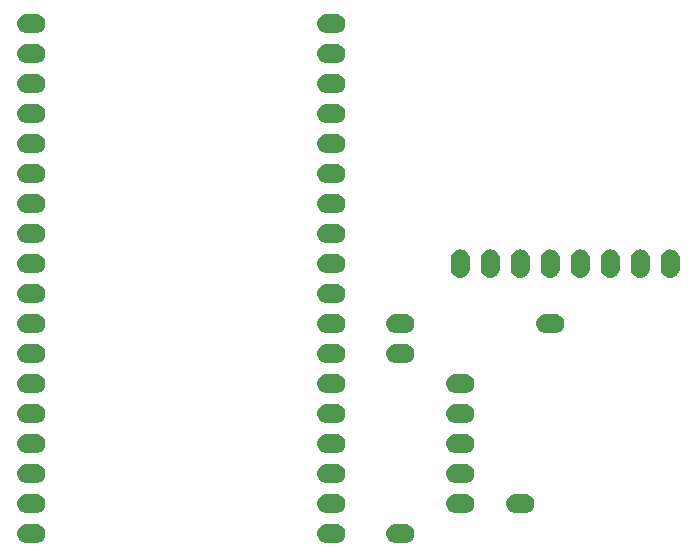
<source format=gbr>
G04 #@! TF.GenerationSoftware,KiCad,Pcbnew,(5.1.0)-1*
G04 #@! TF.CreationDate,2019-07-02T12:10:52+02:00*
G04 #@! TF.ProjectId,LCP,4c43502e-6b69-4636-9164-5f7063625858,rev?*
G04 #@! TF.SameCoordinates,PX60e4b00PY6350ce0*
G04 #@! TF.FileFunction,Soldermask,Top*
G04 #@! TF.FilePolarity,Negative*
%FSLAX46Y46*%
G04 Gerber Fmt 4.6, Leading zero omitted, Abs format (unit mm)*
G04 Created by KiCad (PCBNEW (5.1.0)-1) date 2019-07-02 12:10:52*
%MOMM*%
%LPD*%
G04 APERTURE LIST*
%ADD10C,0.100000*%
G04 APERTURE END LIST*
D10*
G36*
X4778747Y8429079D02*
G01*
X4858376Y8421236D01*
X5011627Y8374748D01*
X5011630Y8374747D01*
X5152863Y8299256D01*
X5276659Y8197659D01*
X5378256Y8073863D01*
X5453747Y7932630D01*
X5453748Y7932627D01*
X5500236Y7779376D01*
X5515933Y7620000D01*
X5500236Y7460624D01*
X5453748Y7307373D01*
X5453747Y7307370D01*
X5378256Y7166137D01*
X5276659Y7042341D01*
X5152863Y6940744D01*
X5011630Y6865253D01*
X5011627Y6865252D01*
X4858376Y6818764D01*
X4778747Y6810921D01*
X4738934Y6807000D01*
X3897066Y6807000D01*
X3857253Y6810921D01*
X3777624Y6818764D01*
X3624373Y6865252D01*
X3624370Y6865253D01*
X3483137Y6940744D01*
X3359341Y7042341D01*
X3257744Y7166137D01*
X3182253Y7307370D01*
X3182252Y7307373D01*
X3135764Y7460624D01*
X3120067Y7620000D01*
X3135764Y7779376D01*
X3182252Y7932627D01*
X3182253Y7932630D01*
X3257744Y8073863D01*
X3359341Y8197659D01*
X3483137Y8299256D01*
X3624370Y8374747D01*
X3624373Y8374748D01*
X3777624Y8421236D01*
X3857253Y8429079D01*
X3897066Y8433000D01*
X4738934Y8433000D01*
X4778747Y8429079D01*
X4778747Y8429079D01*
G37*
G36*
X30178747Y8429079D02*
G01*
X30258376Y8421236D01*
X30411627Y8374748D01*
X30411630Y8374747D01*
X30552863Y8299256D01*
X30676659Y8197659D01*
X30778256Y8073863D01*
X30853747Y7932630D01*
X30853748Y7932627D01*
X30900236Y7779376D01*
X30915933Y7620000D01*
X30900236Y7460624D01*
X30853748Y7307373D01*
X30853747Y7307370D01*
X30778256Y7166137D01*
X30676659Y7042341D01*
X30552863Y6940744D01*
X30411630Y6865253D01*
X30411627Y6865252D01*
X30258376Y6818764D01*
X30178747Y6810921D01*
X30138934Y6807000D01*
X29297066Y6807000D01*
X29257253Y6810921D01*
X29177624Y6818764D01*
X29024373Y6865252D01*
X29024370Y6865253D01*
X28883137Y6940744D01*
X28759341Y7042341D01*
X28657744Y7166137D01*
X28582253Y7307370D01*
X28582252Y7307373D01*
X28535764Y7460624D01*
X28520067Y7620000D01*
X28535764Y7779376D01*
X28582252Y7932627D01*
X28582253Y7932630D01*
X28657744Y8073863D01*
X28759341Y8197659D01*
X28883137Y8299256D01*
X29024370Y8374747D01*
X29024373Y8374748D01*
X29177624Y8421236D01*
X29257253Y8429079D01*
X29297066Y8433000D01*
X30138934Y8433000D01*
X30178747Y8429079D01*
X30178747Y8429079D01*
G37*
G36*
X36020747Y8429079D02*
G01*
X36100376Y8421236D01*
X36253627Y8374748D01*
X36253630Y8374747D01*
X36394863Y8299256D01*
X36518659Y8197659D01*
X36620256Y8073863D01*
X36695747Y7932630D01*
X36695748Y7932627D01*
X36742236Y7779376D01*
X36757933Y7620000D01*
X36742236Y7460624D01*
X36695748Y7307373D01*
X36695747Y7307370D01*
X36620256Y7166137D01*
X36518659Y7042341D01*
X36394863Y6940744D01*
X36253630Y6865253D01*
X36253627Y6865252D01*
X36100376Y6818764D01*
X36020747Y6810921D01*
X35980934Y6807000D01*
X35139066Y6807000D01*
X35099253Y6810921D01*
X35019624Y6818764D01*
X34866373Y6865252D01*
X34866370Y6865253D01*
X34725137Y6940744D01*
X34601341Y7042341D01*
X34499744Y7166137D01*
X34424253Y7307370D01*
X34424252Y7307373D01*
X34377764Y7460624D01*
X34362067Y7620000D01*
X34377764Y7779376D01*
X34424252Y7932627D01*
X34424253Y7932630D01*
X34499744Y8073863D01*
X34601341Y8197659D01*
X34725137Y8299256D01*
X34866370Y8374747D01*
X34866373Y8374748D01*
X35019624Y8421236D01*
X35099253Y8429079D01*
X35139066Y8433000D01*
X35980934Y8433000D01*
X36020747Y8429079D01*
X36020747Y8429079D01*
G37*
G36*
X41100747Y10969079D02*
G01*
X41180376Y10961236D01*
X41333627Y10914748D01*
X41333630Y10914747D01*
X41474863Y10839256D01*
X41598659Y10737659D01*
X41700256Y10613863D01*
X41775747Y10472630D01*
X41775748Y10472627D01*
X41822236Y10319376D01*
X41837933Y10160000D01*
X41822236Y10000624D01*
X41775748Y9847373D01*
X41775747Y9847370D01*
X41700256Y9706137D01*
X41598659Y9582341D01*
X41474863Y9480744D01*
X41333630Y9405253D01*
X41333627Y9405252D01*
X41180376Y9358764D01*
X41100747Y9350921D01*
X41060934Y9347000D01*
X40219066Y9347000D01*
X40179253Y9350921D01*
X40099624Y9358764D01*
X39946373Y9405252D01*
X39946370Y9405253D01*
X39805137Y9480744D01*
X39681341Y9582341D01*
X39579744Y9706137D01*
X39504253Y9847370D01*
X39504252Y9847373D01*
X39457764Y10000624D01*
X39442067Y10160000D01*
X39457764Y10319376D01*
X39504252Y10472627D01*
X39504253Y10472630D01*
X39579744Y10613863D01*
X39681341Y10737659D01*
X39805137Y10839256D01*
X39946370Y10914747D01*
X39946373Y10914748D01*
X40099624Y10961236D01*
X40179253Y10969079D01*
X40219066Y10973000D01*
X41060934Y10973000D01*
X41100747Y10969079D01*
X41100747Y10969079D01*
G37*
G36*
X4778747Y10969079D02*
G01*
X4858376Y10961236D01*
X5011627Y10914748D01*
X5011630Y10914747D01*
X5152863Y10839256D01*
X5276659Y10737659D01*
X5378256Y10613863D01*
X5453747Y10472630D01*
X5453748Y10472627D01*
X5500236Y10319376D01*
X5515933Y10160000D01*
X5500236Y10000624D01*
X5453748Y9847373D01*
X5453747Y9847370D01*
X5378256Y9706137D01*
X5276659Y9582341D01*
X5152863Y9480744D01*
X5011630Y9405253D01*
X5011627Y9405252D01*
X4858376Y9358764D01*
X4778747Y9350921D01*
X4738934Y9347000D01*
X3897066Y9347000D01*
X3857253Y9350921D01*
X3777624Y9358764D01*
X3624373Y9405252D01*
X3624370Y9405253D01*
X3483137Y9480744D01*
X3359341Y9582341D01*
X3257744Y9706137D01*
X3182253Y9847370D01*
X3182252Y9847373D01*
X3135764Y10000624D01*
X3120067Y10160000D01*
X3135764Y10319376D01*
X3182252Y10472627D01*
X3182253Y10472630D01*
X3257744Y10613863D01*
X3359341Y10737659D01*
X3483137Y10839256D01*
X3624370Y10914747D01*
X3624373Y10914748D01*
X3777624Y10961236D01*
X3857253Y10969079D01*
X3897066Y10973000D01*
X4738934Y10973000D01*
X4778747Y10969079D01*
X4778747Y10969079D01*
G37*
G36*
X30178747Y10969079D02*
G01*
X30258376Y10961236D01*
X30411627Y10914748D01*
X30411630Y10914747D01*
X30552863Y10839256D01*
X30676659Y10737659D01*
X30778256Y10613863D01*
X30853747Y10472630D01*
X30853748Y10472627D01*
X30900236Y10319376D01*
X30915933Y10160000D01*
X30900236Y10000624D01*
X30853748Y9847373D01*
X30853747Y9847370D01*
X30778256Y9706137D01*
X30676659Y9582341D01*
X30552863Y9480744D01*
X30411630Y9405253D01*
X30411627Y9405252D01*
X30258376Y9358764D01*
X30178747Y9350921D01*
X30138934Y9347000D01*
X29297066Y9347000D01*
X29257253Y9350921D01*
X29177624Y9358764D01*
X29024373Y9405252D01*
X29024370Y9405253D01*
X28883137Y9480744D01*
X28759341Y9582341D01*
X28657744Y9706137D01*
X28582253Y9847370D01*
X28582252Y9847373D01*
X28535764Y10000624D01*
X28520067Y10160000D01*
X28535764Y10319376D01*
X28582252Y10472627D01*
X28582253Y10472630D01*
X28657744Y10613863D01*
X28759341Y10737659D01*
X28883137Y10839256D01*
X29024370Y10914747D01*
X29024373Y10914748D01*
X29177624Y10961236D01*
X29257253Y10969079D01*
X29297066Y10973000D01*
X30138934Y10973000D01*
X30178747Y10969079D01*
X30178747Y10969079D01*
G37*
G36*
X46180747Y10969079D02*
G01*
X46260376Y10961236D01*
X46413627Y10914748D01*
X46413630Y10914747D01*
X46554863Y10839256D01*
X46678659Y10737659D01*
X46780256Y10613863D01*
X46855747Y10472630D01*
X46855748Y10472627D01*
X46902236Y10319376D01*
X46917933Y10160000D01*
X46902236Y10000624D01*
X46855748Y9847373D01*
X46855747Y9847370D01*
X46780256Y9706137D01*
X46678659Y9582341D01*
X46554863Y9480744D01*
X46413630Y9405253D01*
X46413627Y9405252D01*
X46260376Y9358764D01*
X46180747Y9350921D01*
X46140934Y9347000D01*
X45299066Y9347000D01*
X45259253Y9350921D01*
X45179624Y9358764D01*
X45026373Y9405252D01*
X45026370Y9405253D01*
X44885137Y9480744D01*
X44761341Y9582341D01*
X44659744Y9706137D01*
X44584253Y9847370D01*
X44584252Y9847373D01*
X44537764Y10000624D01*
X44522067Y10160000D01*
X44537764Y10319376D01*
X44584252Y10472627D01*
X44584253Y10472630D01*
X44659744Y10613863D01*
X44761341Y10737659D01*
X44885137Y10839256D01*
X45026370Y10914747D01*
X45026373Y10914748D01*
X45179624Y10961236D01*
X45259253Y10969079D01*
X45299066Y10973000D01*
X46140934Y10973000D01*
X46180747Y10969079D01*
X46180747Y10969079D01*
G37*
G36*
X41100747Y13509079D02*
G01*
X41180376Y13501236D01*
X41333627Y13454748D01*
X41333630Y13454747D01*
X41474863Y13379256D01*
X41598659Y13277659D01*
X41700256Y13153863D01*
X41775747Y13012630D01*
X41775748Y13012627D01*
X41822236Y12859376D01*
X41837933Y12700000D01*
X41822236Y12540624D01*
X41775748Y12387373D01*
X41775747Y12387370D01*
X41700256Y12246137D01*
X41598659Y12122341D01*
X41474863Y12020744D01*
X41333630Y11945253D01*
X41333627Y11945252D01*
X41180376Y11898764D01*
X41100747Y11890921D01*
X41060934Y11887000D01*
X40219066Y11887000D01*
X40179253Y11890921D01*
X40099624Y11898764D01*
X39946373Y11945252D01*
X39946370Y11945253D01*
X39805137Y12020744D01*
X39681341Y12122341D01*
X39579744Y12246137D01*
X39504253Y12387370D01*
X39504252Y12387373D01*
X39457764Y12540624D01*
X39442067Y12700000D01*
X39457764Y12859376D01*
X39504252Y13012627D01*
X39504253Y13012630D01*
X39579744Y13153863D01*
X39681341Y13277659D01*
X39805137Y13379256D01*
X39946370Y13454747D01*
X39946373Y13454748D01*
X40099624Y13501236D01*
X40179253Y13509079D01*
X40219066Y13513000D01*
X41060934Y13513000D01*
X41100747Y13509079D01*
X41100747Y13509079D01*
G37*
G36*
X30178747Y13509079D02*
G01*
X30258376Y13501236D01*
X30411627Y13454748D01*
X30411630Y13454747D01*
X30552863Y13379256D01*
X30676659Y13277659D01*
X30778256Y13153863D01*
X30853747Y13012630D01*
X30853748Y13012627D01*
X30900236Y12859376D01*
X30915933Y12700000D01*
X30900236Y12540624D01*
X30853748Y12387373D01*
X30853747Y12387370D01*
X30778256Y12246137D01*
X30676659Y12122341D01*
X30552863Y12020744D01*
X30411630Y11945253D01*
X30411627Y11945252D01*
X30258376Y11898764D01*
X30178747Y11890921D01*
X30138934Y11887000D01*
X29297066Y11887000D01*
X29257253Y11890921D01*
X29177624Y11898764D01*
X29024373Y11945252D01*
X29024370Y11945253D01*
X28883137Y12020744D01*
X28759341Y12122341D01*
X28657744Y12246137D01*
X28582253Y12387370D01*
X28582252Y12387373D01*
X28535764Y12540624D01*
X28520067Y12700000D01*
X28535764Y12859376D01*
X28582252Y13012627D01*
X28582253Y13012630D01*
X28657744Y13153863D01*
X28759341Y13277659D01*
X28883137Y13379256D01*
X29024370Y13454747D01*
X29024373Y13454748D01*
X29177624Y13501236D01*
X29257253Y13509079D01*
X29297066Y13513000D01*
X30138934Y13513000D01*
X30178747Y13509079D01*
X30178747Y13509079D01*
G37*
G36*
X4778747Y13509079D02*
G01*
X4858376Y13501236D01*
X5011627Y13454748D01*
X5011630Y13454747D01*
X5152863Y13379256D01*
X5276659Y13277659D01*
X5378256Y13153863D01*
X5453747Y13012630D01*
X5453748Y13012627D01*
X5500236Y12859376D01*
X5515933Y12700000D01*
X5500236Y12540624D01*
X5453748Y12387373D01*
X5453747Y12387370D01*
X5378256Y12246137D01*
X5276659Y12122341D01*
X5152863Y12020744D01*
X5011630Y11945253D01*
X5011627Y11945252D01*
X4858376Y11898764D01*
X4778747Y11890921D01*
X4738934Y11887000D01*
X3897066Y11887000D01*
X3857253Y11890921D01*
X3777624Y11898764D01*
X3624373Y11945252D01*
X3624370Y11945253D01*
X3483137Y12020744D01*
X3359341Y12122341D01*
X3257744Y12246137D01*
X3182253Y12387370D01*
X3182252Y12387373D01*
X3135764Y12540624D01*
X3120067Y12700000D01*
X3135764Y12859376D01*
X3182252Y13012627D01*
X3182253Y13012630D01*
X3257744Y13153863D01*
X3359341Y13277659D01*
X3483137Y13379256D01*
X3624370Y13454747D01*
X3624373Y13454748D01*
X3777624Y13501236D01*
X3857253Y13509079D01*
X3897066Y13513000D01*
X4738934Y13513000D01*
X4778747Y13509079D01*
X4778747Y13509079D01*
G37*
G36*
X41100747Y16049079D02*
G01*
X41180376Y16041236D01*
X41333627Y15994748D01*
X41333630Y15994747D01*
X41474863Y15919256D01*
X41598659Y15817659D01*
X41700256Y15693863D01*
X41775747Y15552630D01*
X41775748Y15552627D01*
X41822236Y15399376D01*
X41837933Y15240000D01*
X41822236Y15080624D01*
X41775748Y14927373D01*
X41775747Y14927370D01*
X41700256Y14786137D01*
X41598659Y14662341D01*
X41474863Y14560744D01*
X41333630Y14485253D01*
X41333627Y14485252D01*
X41180376Y14438764D01*
X41100747Y14430921D01*
X41060934Y14427000D01*
X40219066Y14427000D01*
X40179253Y14430921D01*
X40099624Y14438764D01*
X39946373Y14485252D01*
X39946370Y14485253D01*
X39805137Y14560744D01*
X39681341Y14662341D01*
X39579744Y14786137D01*
X39504253Y14927370D01*
X39504252Y14927373D01*
X39457764Y15080624D01*
X39442067Y15240000D01*
X39457764Y15399376D01*
X39504252Y15552627D01*
X39504253Y15552630D01*
X39579744Y15693863D01*
X39681341Y15817659D01*
X39805137Y15919256D01*
X39946370Y15994747D01*
X39946373Y15994748D01*
X40099624Y16041236D01*
X40179253Y16049079D01*
X40219066Y16053000D01*
X41060934Y16053000D01*
X41100747Y16049079D01*
X41100747Y16049079D01*
G37*
G36*
X30178747Y16049079D02*
G01*
X30258376Y16041236D01*
X30411627Y15994748D01*
X30411630Y15994747D01*
X30552863Y15919256D01*
X30676659Y15817659D01*
X30778256Y15693863D01*
X30853747Y15552630D01*
X30853748Y15552627D01*
X30900236Y15399376D01*
X30915933Y15240000D01*
X30900236Y15080624D01*
X30853748Y14927373D01*
X30853747Y14927370D01*
X30778256Y14786137D01*
X30676659Y14662341D01*
X30552863Y14560744D01*
X30411630Y14485253D01*
X30411627Y14485252D01*
X30258376Y14438764D01*
X30178747Y14430921D01*
X30138934Y14427000D01*
X29297066Y14427000D01*
X29257253Y14430921D01*
X29177624Y14438764D01*
X29024373Y14485252D01*
X29024370Y14485253D01*
X28883137Y14560744D01*
X28759341Y14662341D01*
X28657744Y14786137D01*
X28582253Y14927370D01*
X28582252Y14927373D01*
X28535764Y15080624D01*
X28520067Y15240000D01*
X28535764Y15399376D01*
X28582252Y15552627D01*
X28582253Y15552630D01*
X28657744Y15693863D01*
X28759341Y15817659D01*
X28883137Y15919256D01*
X29024370Y15994747D01*
X29024373Y15994748D01*
X29177624Y16041236D01*
X29257253Y16049079D01*
X29297066Y16053000D01*
X30138934Y16053000D01*
X30178747Y16049079D01*
X30178747Y16049079D01*
G37*
G36*
X4778747Y16049079D02*
G01*
X4858376Y16041236D01*
X5011627Y15994748D01*
X5011630Y15994747D01*
X5152863Y15919256D01*
X5276659Y15817659D01*
X5378256Y15693863D01*
X5453747Y15552630D01*
X5453748Y15552627D01*
X5500236Y15399376D01*
X5515933Y15240000D01*
X5500236Y15080624D01*
X5453748Y14927373D01*
X5453747Y14927370D01*
X5378256Y14786137D01*
X5276659Y14662341D01*
X5152863Y14560744D01*
X5011630Y14485253D01*
X5011627Y14485252D01*
X4858376Y14438764D01*
X4778747Y14430921D01*
X4738934Y14427000D01*
X3897066Y14427000D01*
X3857253Y14430921D01*
X3777624Y14438764D01*
X3624373Y14485252D01*
X3624370Y14485253D01*
X3483137Y14560744D01*
X3359341Y14662341D01*
X3257744Y14786137D01*
X3182253Y14927370D01*
X3182252Y14927373D01*
X3135764Y15080624D01*
X3120067Y15240000D01*
X3135764Y15399376D01*
X3182252Y15552627D01*
X3182253Y15552630D01*
X3257744Y15693863D01*
X3359341Y15817659D01*
X3483137Y15919256D01*
X3624370Y15994747D01*
X3624373Y15994748D01*
X3777624Y16041236D01*
X3857253Y16049079D01*
X3897066Y16053000D01*
X4738934Y16053000D01*
X4778747Y16049079D01*
X4778747Y16049079D01*
G37*
G36*
X4778747Y18589079D02*
G01*
X4858376Y18581236D01*
X5011627Y18534748D01*
X5011630Y18534747D01*
X5152863Y18459256D01*
X5276659Y18357659D01*
X5378256Y18233863D01*
X5453747Y18092630D01*
X5453748Y18092627D01*
X5500236Y17939376D01*
X5515933Y17780000D01*
X5500236Y17620624D01*
X5453748Y17467373D01*
X5453747Y17467370D01*
X5378256Y17326137D01*
X5276659Y17202341D01*
X5152863Y17100744D01*
X5011630Y17025253D01*
X5011627Y17025252D01*
X4858376Y16978764D01*
X4778747Y16970921D01*
X4738934Y16967000D01*
X3897066Y16967000D01*
X3857253Y16970921D01*
X3777624Y16978764D01*
X3624373Y17025252D01*
X3624370Y17025253D01*
X3483137Y17100744D01*
X3359341Y17202341D01*
X3257744Y17326137D01*
X3182253Y17467370D01*
X3182252Y17467373D01*
X3135764Y17620624D01*
X3120067Y17780000D01*
X3135764Y17939376D01*
X3182252Y18092627D01*
X3182253Y18092630D01*
X3257744Y18233863D01*
X3359341Y18357659D01*
X3483137Y18459256D01*
X3624370Y18534747D01*
X3624373Y18534748D01*
X3777624Y18581236D01*
X3857253Y18589079D01*
X3897066Y18593000D01*
X4738934Y18593000D01*
X4778747Y18589079D01*
X4778747Y18589079D01*
G37*
G36*
X41100747Y18589079D02*
G01*
X41180376Y18581236D01*
X41333627Y18534748D01*
X41333630Y18534747D01*
X41474863Y18459256D01*
X41598659Y18357659D01*
X41700256Y18233863D01*
X41775747Y18092630D01*
X41775748Y18092627D01*
X41822236Y17939376D01*
X41837933Y17780000D01*
X41822236Y17620624D01*
X41775748Y17467373D01*
X41775747Y17467370D01*
X41700256Y17326137D01*
X41598659Y17202341D01*
X41474863Y17100744D01*
X41333630Y17025253D01*
X41333627Y17025252D01*
X41180376Y16978764D01*
X41100747Y16970921D01*
X41060934Y16967000D01*
X40219066Y16967000D01*
X40179253Y16970921D01*
X40099624Y16978764D01*
X39946373Y17025252D01*
X39946370Y17025253D01*
X39805137Y17100744D01*
X39681341Y17202341D01*
X39579744Y17326137D01*
X39504253Y17467370D01*
X39504252Y17467373D01*
X39457764Y17620624D01*
X39442067Y17780000D01*
X39457764Y17939376D01*
X39504252Y18092627D01*
X39504253Y18092630D01*
X39579744Y18233863D01*
X39681341Y18357659D01*
X39805137Y18459256D01*
X39946370Y18534747D01*
X39946373Y18534748D01*
X40099624Y18581236D01*
X40179253Y18589079D01*
X40219066Y18593000D01*
X41060934Y18593000D01*
X41100747Y18589079D01*
X41100747Y18589079D01*
G37*
G36*
X30178747Y18589079D02*
G01*
X30258376Y18581236D01*
X30411627Y18534748D01*
X30411630Y18534747D01*
X30552863Y18459256D01*
X30676659Y18357659D01*
X30778256Y18233863D01*
X30853747Y18092630D01*
X30853748Y18092627D01*
X30900236Y17939376D01*
X30915933Y17780000D01*
X30900236Y17620624D01*
X30853748Y17467373D01*
X30853747Y17467370D01*
X30778256Y17326137D01*
X30676659Y17202341D01*
X30552863Y17100744D01*
X30411630Y17025253D01*
X30411627Y17025252D01*
X30258376Y16978764D01*
X30178747Y16970921D01*
X30138934Y16967000D01*
X29297066Y16967000D01*
X29257253Y16970921D01*
X29177624Y16978764D01*
X29024373Y17025252D01*
X29024370Y17025253D01*
X28883137Y17100744D01*
X28759341Y17202341D01*
X28657744Y17326137D01*
X28582253Y17467370D01*
X28582252Y17467373D01*
X28535764Y17620624D01*
X28520067Y17780000D01*
X28535764Y17939376D01*
X28582252Y18092627D01*
X28582253Y18092630D01*
X28657744Y18233863D01*
X28759341Y18357659D01*
X28883137Y18459256D01*
X29024370Y18534747D01*
X29024373Y18534748D01*
X29177624Y18581236D01*
X29257253Y18589079D01*
X29297066Y18593000D01*
X30138934Y18593000D01*
X30178747Y18589079D01*
X30178747Y18589079D01*
G37*
G36*
X41100747Y21129079D02*
G01*
X41180376Y21121236D01*
X41333627Y21074748D01*
X41333630Y21074747D01*
X41474863Y20999256D01*
X41598659Y20897659D01*
X41700256Y20773863D01*
X41775747Y20632630D01*
X41775748Y20632627D01*
X41822236Y20479376D01*
X41837933Y20320000D01*
X41822236Y20160624D01*
X41775748Y20007373D01*
X41775747Y20007370D01*
X41700256Y19866137D01*
X41598659Y19742341D01*
X41474863Y19640744D01*
X41333630Y19565253D01*
X41333627Y19565252D01*
X41180376Y19518764D01*
X41100747Y19510921D01*
X41060934Y19507000D01*
X40219066Y19507000D01*
X40179253Y19510921D01*
X40099624Y19518764D01*
X39946373Y19565252D01*
X39946370Y19565253D01*
X39805137Y19640744D01*
X39681341Y19742341D01*
X39579744Y19866137D01*
X39504253Y20007370D01*
X39504252Y20007373D01*
X39457764Y20160624D01*
X39442067Y20320000D01*
X39457764Y20479376D01*
X39504252Y20632627D01*
X39504253Y20632630D01*
X39579744Y20773863D01*
X39681341Y20897659D01*
X39805137Y20999256D01*
X39946370Y21074747D01*
X39946373Y21074748D01*
X40099624Y21121236D01*
X40179253Y21129079D01*
X40219066Y21133000D01*
X41060934Y21133000D01*
X41100747Y21129079D01*
X41100747Y21129079D01*
G37*
G36*
X4778747Y21129079D02*
G01*
X4858376Y21121236D01*
X5011627Y21074748D01*
X5011630Y21074747D01*
X5152863Y20999256D01*
X5276659Y20897659D01*
X5378256Y20773863D01*
X5453747Y20632630D01*
X5453748Y20632627D01*
X5500236Y20479376D01*
X5515933Y20320000D01*
X5500236Y20160624D01*
X5453748Y20007373D01*
X5453747Y20007370D01*
X5378256Y19866137D01*
X5276659Y19742341D01*
X5152863Y19640744D01*
X5011630Y19565253D01*
X5011627Y19565252D01*
X4858376Y19518764D01*
X4778747Y19510921D01*
X4738934Y19507000D01*
X3897066Y19507000D01*
X3857253Y19510921D01*
X3777624Y19518764D01*
X3624373Y19565252D01*
X3624370Y19565253D01*
X3483137Y19640744D01*
X3359341Y19742341D01*
X3257744Y19866137D01*
X3182253Y20007370D01*
X3182252Y20007373D01*
X3135764Y20160624D01*
X3120067Y20320000D01*
X3135764Y20479376D01*
X3182252Y20632627D01*
X3182253Y20632630D01*
X3257744Y20773863D01*
X3359341Y20897659D01*
X3483137Y20999256D01*
X3624370Y21074747D01*
X3624373Y21074748D01*
X3777624Y21121236D01*
X3857253Y21129079D01*
X3897066Y21133000D01*
X4738934Y21133000D01*
X4778747Y21129079D01*
X4778747Y21129079D01*
G37*
G36*
X30178747Y21129079D02*
G01*
X30258376Y21121236D01*
X30411627Y21074748D01*
X30411630Y21074747D01*
X30552863Y20999256D01*
X30676659Y20897659D01*
X30778256Y20773863D01*
X30853747Y20632630D01*
X30853748Y20632627D01*
X30900236Y20479376D01*
X30915933Y20320000D01*
X30900236Y20160624D01*
X30853748Y20007373D01*
X30853747Y20007370D01*
X30778256Y19866137D01*
X30676659Y19742341D01*
X30552863Y19640744D01*
X30411630Y19565253D01*
X30411627Y19565252D01*
X30258376Y19518764D01*
X30178747Y19510921D01*
X30138934Y19507000D01*
X29297066Y19507000D01*
X29257253Y19510921D01*
X29177624Y19518764D01*
X29024373Y19565252D01*
X29024370Y19565253D01*
X28883137Y19640744D01*
X28759341Y19742341D01*
X28657744Y19866137D01*
X28582253Y20007370D01*
X28582252Y20007373D01*
X28535764Y20160624D01*
X28520067Y20320000D01*
X28535764Y20479376D01*
X28582252Y20632627D01*
X28582253Y20632630D01*
X28657744Y20773863D01*
X28759341Y20897659D01*
X28883137Y20999256D01*
X29024370Y21074747D01*
X29024373Y21074748D01*
X29177624Y21121236D01*
X29257253Y21129079D01*
X29297066Y21133000D01*
X30138934Y21133000D01*
X30178747Y21129079D01*
X30178747Y21129079D01*
G37*
G36*
X36020747Y23669079D02*
G01*
X36100376Y23661236D01*
X36253627Y23614748D01*
X36253630Y23614747D01*
X36394863Y23539256D01*
X36518659Y23437659D01*
X36620256Y23313863D01*
X36695747Y23172630D01*
X36695748Y23172627D01*
X36742236Y23019376D01*
X36757933Y22860000D01*
X36742236Y22700624D01*
X36695748Y22547373D01*
X36695747Y22547370D01*
X36620256Y22406137D01*
X36518659Y22282341D01*
X36394863Y22180744D01*
X36253630Y22105253D01*
X36253627Y22105252D01*
X36100376Y22058764D01*
X36020747Y22050921D01*
X35980934Y22047000D01*
X35139066Y22047000D01*
X35099253Y22050921D01*
X35019624Y22058764D01*
X34866373Y22105252D01*
X34866370Y22105253D01*
X34725137Y22180744D01*
X34601341Y22282341D01*
X34499744Y22406137D01*
X34424253Y22547370D01*
X34424252Y22547373D01*
X34377764Y22700624D01*
X34362067Y22860000D01*
X34377764Y23019376D01*
X34424252Y23172627D01*
X34424253Y23172630D01*
X34499744Y23313863D01*
X34601341Y23437659D01*
X34725137Y23539256D01*
X34866370Y23614747D01*
X34866373Y23614748D01*
X35019624Y23661236D01*
X35099253Y23669079D01*
X35139066Y23673000D01*
X35980934Y23673000D01*
X36020747Y23669079D01*
X36020747Y23669079D01*
G37*
G36*
X4778747Y23669079D02*
G01*
X4858376Y23661236D01*
X5011627Y23614748D01*
X5011630Y23614747D01*
X5152863Y23539256D01*
X5276659Y23437659D01*
X5378256Y23313863D01*
X5453747Y23172630D01*
X5453748Y23172627D01*
X5500236Y23019376D01*
X5515933Y22860000D01*
X5500236Y22700624D01*
X5453748Y22547373D01*
X5453747Y22547370D01*
X5378256Y22406137D01*
X5276659Y22282341D01*
X5152863Y22180744D01*
X5011630Y22105253D01*
X5011627Y22105252D01*
X4858376Y22058764D01*
X4778747Y22050921D01*
X4738934Y22047000D01*
X3897066Y22047000D01*
X3857253Y22050921D01*
X3777624Y22058764D01*
X3624373Y22105252D01*
X3624370Y22105253D01*
X3483137Y22180744D01*
X3359341Y22282341D01*
X3257744Y22406137D01*
X3182253Y22547370D01*
X3182252Y22547373D01*
X3135764Y22700624D01*
X3120067Y22860000D01*
X3135764Y23019376D01*
X3182252Y23172627D01*
X3182253Y23172630D01*
X3257744Y23313863D01*
X3359341Y23437659D01*
X3483137Y23539256D01*
X3624370Y23614747D01*
X3624373Y23614748D01*
X3777624Y23661236D01*
X3857253Y23669079D01*
X3897066Y23673000D01*
X4738934Y23673000D01*
X4778747Y23669079D01*
X4778747Y23669079D01*
G37*
G36*
X30178747Y23669079D02*
G01*
X30258376Y23661236D01*
X30411627Y23614748D01*
X30411630Y23614747D01*
X30552863Y23539256D01*
X30676659Y23437659D01*
X30778256Y23313863D01*
X30853747Y23172630D01*
X30853748Y23172627D01*
X30900236Y23019376D01*
X30915933Y22860000D01*
X30900236Y22700624D01*
X30853748Y22547373D01*
X30853747Y22547370D01*
X30778256Y22406137D01*
X30676659Y22282341D01*
X30552863Y22180744D01*
X30411630Y22105253D01*
X30411627Y22105252D01*
X30258376Y22058764D01*
X30178747Y22050921D01*
X30138934Y22047000D01*
X29297066Y22047000D01*
X29257253Y22050921D01*
X29177624Y22058764D01*
X29024373Y22105252D01*
X29024370Y22105253D01*
X28883137Y22180744D01*
X28759341Y22282341D01*
X28657744Y22406137D01*
X28582253Y22547370D01*
X28582252Y22547373D01*
X28535764Y22700624D01*
X28520067Y22860000D01*
X28535764Y23019376D01*
X28582252Y23172627D01*
X28582253Y23172630D01*
X28657744Y23313863D01*
X28759341Y23437659D01*
X28883137Y23539256D01*
X29024370Y23614747D01*
X29024373Y23614748D01*
X29177624Y23661236D01*
X29257253Y23669079D01*
X29297066Y23673000D01*
X30138934Y23673000D01*
X30178747Y23669079D01*
X30178747Y23669079D01*
G37*
G36*
X48720747Y26209079D02*
G01*
X48800376Y26201236D01*
X48953627Y26154748D01*
X48953630Y26154747D01*
X49094863Y26079256D01*
X49218659Y25977659D01*
X49320256Y25853863D01*
X49395747Y25712630D01*
X49395748Y25712627D01*
X49442236Y25559376D01*
X49457933Y25400000D01*
X49442236Y25240624D01*
X49395748Y25087373D01*
X49395747Y25087370D01*
X49320256Y24946137D01*
X49218659Y24822341D01*
X49094863Y24720744D01*
X48953630Y24645253D01*
X48953627Y24645252D01*
X48800376Y24598764D01*
X48720747Y24590921D01*
X48680934Y24587000D01*
X47839066Y24587000D01*
X47799253Y24590921D01*
X47719624Y24598764D01*
X47566373Y24645252D01*
X47566370Y24645253D01*
X47425137Y24720744D01*
X47301341Y24822341D01*
X47199744Y24946137D01*
X47124253Y25087370D01*
X47124252Y25087373D01*
X47077764Y25240624D01*
X47062067Y25400000D01*
X47077764Y25559376D01*
X47124252Y25712627D01*
X47124253Y25712630D01*
X47199744Y25853863D01*
X47301341Y25977659D01*
X47425137Y26079256D01*
X47566370Y26154747D01*
X47566373Y26154748D01*
X47719624Y26201236D01*
X47799253Y26209079D01*
X47839066Y26213000D01*
X48680934Y26213000D01*
X48720747Y26209079D01*
X48720747Y26209079D01*
G37*
G36*
X30178747Y26209079D02*
G01*
X30258376Y26201236D01*
X30411627Y26154748D01*
X30411630Y26154747D01*
X30552863Y26079256D01*
X30676659Y25977659D01*
X30778256Y25853863D01*
X30853747Y25712630D01*
X30853748Y25712627D01*
X30900236Y25559376D01*
X30915933Y25400000D01*
X30900236Y25240624D01*
X30853748Y25087373D01*
X30853747Y25087370D01*
X30778256Y24946137D01*
X30676659Y24822341D01*
X30552863Y24720744D01*
X30411630Y24645253D01*
X30411627Y24645252D01*
X30258376Y24598764D01*
X30178747Y24590921D01*
X30138934Y24587000D01*
X29297066Y24587000D01*
X29257253Y24590921D01*
X29177624Y24598764D01*
X29024373Y24645252D01*
X29024370Y24645253D01*
X28883137Y24720744D01*
X28759341Y24822341D01*
X28657744Y24946137D01*
X28582253Y25087370D01*
X28582252Y25087373D01*
X28535764Y25240624D01*
X28520067Y25400000D01*
X28535764Y25559376D01*
X28582252Y25712627D01*
X28582253Y25712630D01*
X28657744Y25853863D01*
X28759341Y25977659D01*
X28883137Y26079256D01*
X29024370Y26154747D01*
X29024373Y26154748D01*
X29177624Y26201236D01*
X29257253Y26209079D01*
X29297066Y26213000D01*
X30138934Y26213000D01*
X30178747Y26209079D01*
X30178747Y26209079D01*
G37*
G36*
X36020747Y26209079D02*
G01*
X36100376Y26201236D01*
X36253627Y26154748D01*
X36253630Y26154747D01*
X36394863Y26079256D01*
X36518659Y25977659D01*
X36620256Y25853863D01*
X36695747Y25712630D01*
X36695748Y25712627D01*
X36742236Y25559376D01*
X36757933Y25400000D01*
X36742236Y25240624D01*
X36695748Y25087373D01*
X36695747Y25087370D01*
X36620256Y24946137D01*
X36518659Y24822341D01*
X36394863Y24720744D01*
X36253630Y24645253D01*
X36253627Y24645252D01*
X36100376Y24598764D01*
X36020747Y24590921D01*
X35980934Y24587000D01*
X35139066Y24587000D01*
X35099253Y24590921D01*
X35019624Y24598764D01*
X34866373Y24645252D01*
X34866370Y24645253D01*
X34725137Y24720744D01*
X34601341Y24822341D01*
X34499744Y24946137D01*
X34424253Y25087370D01*
X34424252Y25087373D01*
X34377764Y25240624D01*
X34362067Y25400000D01*
X34377764Y25559376D01*
X34424252Y25712627D01*
X34424253Y25712630D01*
X34499744Y25853863D01*
X34601341Y25977659D01*
X34725137Y26079256D01*
X34866370Y26154747D01*
X34866373Y26154748D01*
X35019624Y26201236D01*
X35099253Y26209079D01*
X35139066Y26213000D01*
X35980934Y26213000D01*
X36020747Y26209079D01*
X36020747Y26209079D01*
G37*
G36*
X4778747Y26209079D02*
G01*
X4858376Y26201236D01*
X5011627Y26154748D01*
X5011630Y26154747D01*
X5152863Y26079256D01*
X5276659Y25977659D01*
X5378256Y25853863D01*
X5453747Y25712630D01*
X5453748Y25712627D01*
X5500236Y25559376D01*
X5515933Y25400000D01*
X5500236Y25240624D01*
X5453748Y25087373D01*
X5453747Y25087370D01*
X5378256Y24946137D01*
X5276659Y24822341D01*
X5152863Y24720744D01*
X5011630Y24645253D01*
X5011627Y24645252D01*
X4858376Y24598764D01*
X4778747Y24590921D01*
X4738934Y24587000D01*
X3897066Y24587000D01*
X3857253Y24590921D01*
X3777624Y24598764D01*
X3624373Y24645252D01*
X3624370Y24645253D01*
X3483137Y24720744D01*
X3359341Y24822341D01*
X3257744Y24946137D01*
X3182253Y25087370D01*
X3182252Y25087373D01*
X3135764Y25240624D01*
X3120067Y25400000D01*
X3135764Y25559376D01*
X3182252Y25712627D01*
X3182253Y25712630D01*
X3257744Y25853863D01*
X3359341Y25977659D01*
X3483137Y26079256D01*
X3624370Y26154747D01*
X3624373Y26154748D01*
X3777624Y26201236D01*
X3857253Y26209079D01*
X3897066Y26213000D01*
X4738934Y26213000D01*
X4778747Y26209079D01*
X4778747Y26209079D01*
G37*
G36*
X4778747Y28749079D02*
G01*
X4858376Y28741236D01*
X5011627Y28694748D01*
X5011630Y28694747D01*
X5152863Y28619256D01*
X5276659Y28517659D01*
X5378256Y28393863D01*
X5453747Y28252630D01*
X5453748Y28252627D01*
X5500236Y28099376D01*
X5515933Y27940000D01*
X5500236Y27780624D01*
X5453748Y27627373D01*
X5453747Y27627370D01*
X5378256Y27486137D01*
X5276659Y27362341D01*
X5152863Y27260744D01*
X5011630Y27185253D01*
X5011627Y27185252D01*
X4858376Y27138764D01*
X4778747Y27130921D01*
X4738934Y27127000D01*
X3897066Y27127000D01*
X3857253Y27130921D01*
X3777624Y27138764D01*
X3624373Y27185252D01*
X3624370Y27185253D01*
X3483137Y27260744D01*
X3359341Y27362341D01*
X3257744Y27486137D01*
X3182253Y27627370D01*
X3182252Y27627373D01*
X3135764Y27780624D01*
X3120067Y27940000D01*
X3135764Y28099376D01*
X3182252Y28252627D01*
X3182253Y28252630D01*
X3257744Y28393863D01*
X3359341Y28517659D01*
X3483137Y28619256D01*
X3624370Y28694747D01*
X3624373Y28694748D01*
X3777624Y28741236D01*
X3857253Y28749079D01*
X3897066Y28753000D01*
X4738934Y28753000D01*
X4778747Y28749079D01*
X4778747Y28749079D01*
G37*
G36*
X30178747Y28749079D02*
G01*
X30258376Y28741236D01*
X30411627Y28694748D01*
X30411630Y28694747D01*
X30552863Y28619256D01*
X30676659Y28517659D01*
X30778256Y28393863D01*
X30853747Y28252630D01*
X30853748Y28252627D01*
X30900236Y28099376D01*
X30915933Y27940000D01*
X30900236Y27780624D01*
X30853748Y27627373D01*
X30853747Y27627370D01*
X30778256Y27486137D01*
X30676659Y27362341D01*
X30552863Y27260744D01*
X30411630Y27185253D01*
X30411627Y27185252D01*
X30258376Y27138764D01*
X30178747Y27130921D01*
X30138934Y27127000D01*
X29297066Y27127000D01*
X29257253Y27130921D01*
X29177624Y27138764D01*
X29024373Y27185252D01*
X29024370Y27185253D01*
X28883137Y27260744D01*
X28759341Y27362341D01*
X28657744Y27486137D01*
X28582253Y27627370D01*
X28582252Y27627373D01*
X28535764Y27780624D01*
X28520067Y27940000D01*
X28535764Y28099376D01*
X28582252Y28252627D01*
X28582253Y28252630D01*
X28657744Y28393863D01*
X28759341Y28517659D01*
X28883137Y28619256D01*
X29024370Y28694747D01*
X29024373Y28694748D01*
X29177624Y28741236D01*
X29257253Y28749079D01*
X29297066Y28753000D01*
X30138934Y28753000D01*
X30178747Y28749079D01*
X30178747Y28749079D01*
G37*
G36*
X58579376Y31662236D02*
G01*
X58732627Y31615748D01*
X58732630Y31615747D01*
X58873863Y31540256D01*
X58997659Y31438659D01*
X59099256Y31314863D01*
X59174747Y31173630D01*
X59174748Y31173627D01*
X59221236Y31020376D01*
X59233000Y30900933D01*
X59233000Y30059067D01*
X59221236Y29939624D01*
X59209926Y29902341D01*
X59174747Y29786370D01*
X59099256Y29645137D01*
X58997659Y29521341D01*
X58873863Y29419744D01*
X58732629Y29344253D01*
X58732626Y29344252D01*
X58579375Y29297764D01*
X58420000Y29282067D01*
X58260624Y29297764D01*
X58107373Y29344252D01*
X58107370Y29344253D01*
X57966137Y29419744D01*
X57842341Y29521341D01*
X57740744Y29645137D01*
X57665253Y29786371D01*
X57630074Y29902341D01*
X57618764Y29939625D01*
X57607000Y30059068D01*
X57607000Y30900933D01*
X57618764Y31020376D01*
X57665253Y31173627D01*
X57740746Y31314864D01*
X57842342Y31438659D01*
X57966137Y31540255D01*
X57966136Y31540255D01*
X57966138Y31540256D01*
X58107371Y31615747D01*
X58107374Y31615748D01*
X58260625Y31662236D01*
X58420000Y31677933D01*
X58579376Y31662236D01*
X58579376Y31662236D01*
G37*
G36*
X53499376Y31662236D02*
G01*
X53652627Y31615748D01*
X53652630Y31615747D01*
X53793863Y31540256D01*
X53917659Y31438659D01*
X54019256Y31314863D01*
X54094747Y31173630D01*
X54094748Y31173627D01*
X54141236Y31020376D01*
X54153000Y30900933D01*
X54153000Y30059067D01*
X54141236Y29939624D01*
X54129926Y29902341D01*
X54094747Y29786370D01*
X54019256Y29645137D01*
X53917659Y29521341D01*
X53793863Y29419744D01*
X53652629Y29344253D01*
X53652626Y29344252D01*
X53499375Y29297764D01*
X53340000Y29282067D01*
X53180624Y29297764D01*
X53027373Y29344252D01*
X53027370Y29344253D01*
X52886137Y29419744D01*
X52762341Y29521341D01*
X52660744Y29645137D01*
X52585253Y29786371D01*
X52550074Y29902341D01*
X52538764Y29939625D01*
X52527000Y30059068D01*
X52527000Y30900933D01*
X52538764Y31020376D01*
X52585253Y31173627D01*
X52660746Y31314864D01*
X52762342Y31438659D01*
X52886137Y31540255D01*
X52886136Y31540255D01*
X52886138Y31540256D01*
X53027371Y31615747D01*
X53027374Y31615748D01*
X53180625Y31662236D01*
X53340000Y31677933D01*
X53499376Y31662236D01*
X53499376Y31662236D01*
G37*
G36*
X56039376Y31662236D02*
G01*
X56192627Y31615748D01*
X56192630Y31615747D01*
X56333863Y31540256D01*
X56457659Y31438659D01*
X56559256Y31314863D01*
X56634747Y31173630D01*
X56634748Y31173627D01*
X56681236Y31020376D01*
X56693000Y30900933D01*
X56693000Y30059067D01*
X56681236Y29939624D01*
X56669926Y29902341D01*
X56634747Y29786370D01*
X56559256Y29645137D01*
X56457659Y29521341D01*
X56333863Y29419744D01*
X56192629Y29344253D01*
X56192626Y29344252D01*
X56039375Y29297764D01*
X55880000Y29282067D01*
X55720624Y29297764D01*
X55567373Y29344252D01*
X55567370Y29344253D01*
X55426137Y29419744D01*
X55302341Y29521341D01*
X55200744Y29645137D01*
X55125253Y29786371D01*
X55090074Y29902341D01*
X55078764Y29939625D01*
X55067000Y30059068D01*
X55067000Y30900933D01*
X55078764Y31020376D01*
X55125253Y31173627D01*
X55200746Y31314864D01*
X55302342Y31438659D01*
X55426137Y31540255D01*
X55426136Y31540255D01*
X55426138Y31540256D01*
X55567371Y31615747D01*
X55567374Y31615748D01*
X55720625Y31662236D01*
X55880000Y31677933D01*
X56039376Y31662236D01*
X56039376Y31662236D01*
G37*
G36*
X50959376Y31662236D02*
G01*
X51112627Y31615748D01*
X51112630Y31615747D01*
X51253863Y31540256D01*
X51377659Y31438659D01*
X51479256Y31314863D01*
X51554747Y31173630D01*
X51554748Y31173627D01*
X51601236Y31020376D01*
X51613000Y30900933D01*
X51613000Y30059067D01*
X51601236Y29939624D01*
X51589926Y29902341D01*
X51554747Y29786370D01*
X51479256Y29645137D01*
X51377659Y29521341D01*
X51253863Y29419744D01*
X51112629Y29344253D01*
X51112626Y29344252D01*
X50959375Y29297764D01*
X50800000Y29282067D01*
X50640624Y29297764D01*
X50487373Y29344252D01*
X50487370Y29344253D01*
X50346137Y29419744D01*
X50222341Y29521341D01*
X50120744Y29645137D01*
X50045253Y29786371D01*
X50010074Y29902341D01*
X49998764Y29939625D01*
X49987000Y30059068D01*
X49987000Y30900933D01*
X49998764Y31020376D01*
X50045253Y31173627D01*
X50120746Y31314864D01*
X50222342Y31438659D01*
X50346137Y31540255D01*
X50346136Y31540255D01*
X50346138Y31540256D01*
X50487371Y31615747D01*
X50487374Y31615748D01*
X50640625Y31662236D01*
X50800000Y31677933D01*
X50959376Y31662236D01*
X50959376Y31662236D01*
G37*
G36*
X48419376Y31662236D02*
G01*
X48572627Y31615748D01*
X48572630Y31615747D01*
X48713863Y31540256D01*
X48837659Y31438659D01*
X48939256Y31314863D01*
X49014747Y31173630D01*
X49014748Y31173627D01*
X49061236Y31020376D01*
X49073000Y30900933D01*
X49073000Y30059067D01*
X49061236Y29939624D01*
X49049926Y29902341D01*
X49014747Y29786370D01*
X48939256Y29645137D01*
X48837659Y29521341D01*
X48713863Y29419744D01*
X48572629Y29344253D01*
X48572626Y29344252D01*
X48419375Y29297764D01*
X48260000Y29282067D01*
X48100624Y29297764D01*
X47947373Y29344252D01*
X47947370Y29344253D01*
X47806137Y29419744D01*
X47682341Y29521341D01*
X47580744Y29645137D01*
X47505253Y29786371D01*
X47470074Y29902341D01*
X47458764Y29939625D01*
X47447000Y30059068D01*
X47447000Y30900933D01*
X47458764Y31020376D01*
X47505253Y31173627D01*
X47580746Y31314864D01*
X47682342Y31438659D01*
X47806137Y31540255D01*
X47806136Y31540255D01*
X47806138Y31540256D01*
X47947371Y31615747D01*
X47947374Y31615748D01*
X48100625Y31662236D01*
X48260000Y31677933D01*
X48419376Y31662236D01*
X48419376Y31662236D01*
G37*
G36*
X45879376Y31662236D02*
G01*
X46032627Y31615748D01*
X46032630Y31615747D01*
X46173863Y31540256D01*
X46297659Y31438659D01*
X46399256Y31314863D01*
X46474747Y31173630D01*
X46474748Y31173627D01*
X46521236Y31020376D01*
X46533000Y30900933D01*
X46533000Y30059067D01*
X46521236Y29939624D01*
X46509926Y29902341D01*
X46474747Y29786370D01*
X46399256Y29645137D01*
X46297659Y29521341D01*
X46173863Y29419744D01*
X46032629Y29344253D01*
X46032626Y29344252D01*
X45879375Y29297764D01*
X45720000Y29282067D01*
X45560624Y29297764D01*
X45407373Y29344252D01*
X45407370Y29344253D01*
X45266137Y29419744D01*
X45142341Y29521341D01*
X45040744Y29645137D01*
X44965253Y29786371D01*
X44930074Y29902341D01*
X44918764Y29939625D01*
X44907000Y30059068D01*
X44907000Y30900933D01*
X44918764Y31020376D01*
X44965253Y31173627D01*
X45040746Y31314864D01*
X45142342Y31438659D01*
X45266137Y31540255D01*
X45266136Y31540255D01*
X45266138Y31540256D01*
X45407371Y31615747D01*
X45407374Y31615748D01*
X45560625Y31662236D01*
X45720000Y31677933D01*
X45879376Y31662236D01*
X45879376Y31662236D01*
G37*
G36*
X43339376Y31662236D02*
G01*
X43492627Y31615748D01*
X43492630Y31615747D01*
X43633863Y31540256D01*
X43757659Y31438659D01*
X43859256Y31314863D01*
X43934747Y31173630D01*
X43934748Y31173627D01*
X43981236Y31020376D01*
X43993000Y30900933D01*
X43993000Y30059067D01*
X43981236Y29939624D01*
X43969926Y29902341D01*
X43934747Y29786370D01*
X43859256Y29645137D01*
X43757659Y29521341D01*
X43633863Y29419744D01*
X43492629Y29344253D01*
X43492626Y29344252D01*
X43339375Y29297764D01*
X43180000Y29282067D01*
X43020624Y29297764D01*
X42867373Y29344252D01*
X42867370Y29344253D01*
X42726137Y29419744D01*
X42602341Y29521341D01*
X42500744Y29645137D01*
X42425253Y29786371D01*
X42390074Y29902341D01*
X42378764Y29939625D01*
X42367000Y30059068D01*
X42367000Y30900933D01*
X42378764Y31020376D01*
X42425253Y31173627D01*
X42500746Y31314864D01*
X42602342Y31438659D01*
X42726137Y31540255D01*
X42726136Y31540255D01*
X42726138Y31540256D01*
X42867371Y31615747D01*
X42867374Y31615748D01*
X43020625Y31662236D01*
X43180000Y31677933D01*
X43339376Y31662236D01*
X43339376Y31662236D01*
G37*
G36*
X40799376Y31662236D02*
G01*
X40952627Y31615748D01*
X40952630Y31615747D01*
X41093863Y31540256D01*
X41217659Y31438659D01*
X41319256Y31314863D01*
X41394747Y31173630D01*
X41394748Y31173627D01*
X41441236Y31020376D01*
X41453000Y30900933D01*
X41453000Y30059067D01*
X41441236Y29939624D01*
X41429926Y29902341D01*
X41394747Y29786370D01*
X41319256Y29645137D01*
X41217659Y29521341D01*
X41093863Y29419744D01*
X40952629Y29344253D01*
X40952626Y29344252D01*
X40799375Y29297764D01*
X40640000Y29282067D01*
X40480624Y29297764D01*
X40327373Y29344252D01*
X40327370Y29344253D01*
X40186137Y29419744D01*
X40062341Y29521341D01*
X39960744Y29645137D01*
X39885253Y29786371D01*
X39850074Y29902341D01*
X39838764Y29939625D01*
X39827000Y30059068D01*
X39827000Y30900933D01*
X39838764Y31020376D01*
X39885253Y31173627D01*
X39960746Y31314864D01*
X40062342Y31438659D01*
X40186137Y31540255D01*
X40186136Y31540255D01*
X40186138Y31540256D01*
X40327371Y31615747D01*
X40327374Y31615748D01*
X40480625Y31662236D01*
X40640000Y31677933D01*
X40799376Y31662236D01*
X40799376Y31662236D01*
G37*
G36*
X4778747Y31289079D02*
G01*
X4858376Y31281236D01*
X5011627Y31234748D01*
X5011630Y31234747D01*
X5152863Y31159256D01*
X5276659Y31057659D01*
X5378256Y30933863D01*
X5453747Y30792630D01*
X5453748Y30792627D01*
X5500236Y30639376D01*
X5515933Y30480000D01*
X5500236Y30320624D01*
X5453748Y30167373D01*
X5453747Y30167370D01*
X5378256Y30026137D01*
X5276659Y29902341D01*
X5152863Y29800744D01*
X5011630Y29725253D01*
X5011627Y29725252D01*
X4858376Y29678764D01*
X4778747Y29670921D01*
X4738934Y29667000D01*
X3897066Y29667000D01*
X3857253Y29670921D01*
X3777624Y29678764D01*
X3624373Y29725252D01*
X3624370Y29725253D01*
X3483137Y29800744D01*
X3359341Y29902341D01*
X3257744Y30026137D01*
X3182253Y30167370D01*
X3182252Y30167373D01*
X3135764Y30320624D01*
X3120067Y30480000D01*
X3135764Y30639376D01*
X3182252Y30792627D01*
X3182253Y30792630D01*
X3257744Y30933863D01*
X3359341Y31057659D01*
X3483137Y31159256D01*
X3624370Y31234747D01*
X3624373Y31234748D01*
X3777624Y31281236D01*
X3857253Y31289079D01*
X3897066Y31293000D01*
X4738934Y31293000D01*
X4778747Y31289079D01*
X4778747Y31289079D01*
G37*
G36*
X30178747Y31289079D02*
G01*
X30258376Y31281236D01*
X30411627Y31234748D01*
X30411630Y31234747D01*
X30552863Y31159256D01*
X30676659Y31057659D01*
X30778256Y30933863D01*
X30853747Y30792630D01*
X30853748Y30792627D01*
X30900236Y30639376D01*
X30915933Y30480000D01*
X30900236Y30320624D01*
X30853748Y30167373D01*
X30853747Y30167370D01*
X30778256Y30026137D01*
X30676659Y29902341D01*
X30552863Y29800744D01*
X30411630Y29725253D01*
X30411627Y29725252D01*
X30258376Y29678764D01*
X30178747Y29670921D01*
X30138934Y29667000D01*
X29297066Y29667000D01*
X29257253Y29670921D01*
X29177624Y29678764D01*
X29024373Y29725252D01*
X29024370Y29725253D01*
X28883137Y29800744D01*
X28759341Y29902341D01*
X28657744Y30026137D01*
X28582253Y30167370D01*
X28582252Y30167373D01*
X28535764Y30320624D01*
X28520067Y30480000D01*
X28535764Y30639376D01*
X28582252Y30792627D01*
X28582253Y30792630D01*
X28657744Y30933863D01*
X28759341Y31057659D01*
X28883137Y31159256D01*
X29024370Y31234747D01*
X29024373Y31234748D01*
X29177624Y31281236D01*
X29257253Y31289079D01*
X29297066Y31293000D01*
X30138934Y31293000D01*
X30178747Y31289079D01*
X30178747Y31289079D01*
G37*
G36*
X4778747Y33829079D02*
G01*
X4858376Y33821236D01*
X5011627Y33774748D01*
X5011630Y33774747D01*
X5152863Y33699256D01*
X5276659Y33597659D01*
X5378256Y33473863D01*
X5453747Y33332630D01*
X5453748Y33332627D01*
X5500236Y33179376D01*
X5515933Y33020000D01*
X5500236Y32860624D01*
X5453748Y32707373D01*
X5453747Y32707370D01*
X5378256Y32566137D01*
X5276659Y32442341D01*
X5152863Y32340744D01*
X5011630Y32265253D01*
X5011627Y32265252D01*
X4858376Y32218764D01*
X4778747Y32210921D01*
X4738934Y32207000D01*
X3897066Y32207000D01*
X3857253Y32210921D01*
X3777624Y32218764D01*
X3624373Y32265252D01*
X3624370Y32265253D01*
X3483137Y32340744D01*
X3359341Y32442341D01*
X3257744Y32566137D01*
X3182253Y32707370D01*
X3182252Y32707373D01*
X3135764Y32860624D01*
X3120067Y33020000D01*
X3135764Y33179376D01*
X3182252Y33332627D01*
X3182253Y33332630D01*
X3257744Y33473863D01*
X3359341Y33597659D01*
X3483137Y33699256D01*
X3624370Y33774747D01*
X3624373Y33774748D01*
X3777624Y33821236D01*
X3857253Y33829079D01*
X3897066Y33833000D01*
X4738934Y33833000D01*
X4778747Y33829079D01*
X4778747Y33829079D01*
G37*
G36*
X30178747Y33829079D02*
G01*
X30258376Y33821236D01*
X30411627Y33774748D01*
X30411630Y33774747D01*
X30552863Y33699256D01*
X30676659Y33597659D01*
X30778256Y33473863D01*
X30853747Y33332630D01*
X30853748Y33332627D01*
X30900236Y33179376D01*
X30915933Y33020000D01*
X30900236Y32860624D01*
X30853748Y32707373D01*
X30853747Y32707370D01*
X30778256Y32566137D01*
X30676659Y32442341D01*
X30552863Y32340744D01*
X30411630Y32265253D01*
X30411627Y32265252D01*
X30258376Y32218764D01*
X30178747Y32210921D01*
X30138934Y32207000D01*
X29297066Y32207000D01*
X29257253Y32210921D01*
X29177624Y32218764D01*
X29024373Y32265252D01*
X29024370Y32265253D01*
X28883137Y32340744D01*
X28759341Y32442341D01*
X28657744Y32566137D01*
X28582253Y32707370D01*
X28582252Y32707373D01*
X28535764Y32860624D01*
X28520067Y33020000D01*
X28535764Y33179376D01*
X28582252Y33332627D01*
X28582253Y33332630D01*
X28657744Y33473863D01*
X28759341Y33597659D01*
X28883137Y33699256D01*
X29024370Y33774747D01*
X29024373Y33774748D01*
X29177624Y33821236D01*
X29257253Y33829079D01*
X29297066Y33833000D01*
X30138934Y33833000D01*
X30178747Y33829079D01*
X30178747Y33829079D01*
G37*
G36*
X4778747Y36369079D02*
G01*
X4858376Y36361236D01*
X5011627Y36314748D01*
X5011630Y36314747D01*
X5152863Y36239256D01*
X5276659Y36137659D01*
X5378256Y36013863D01*
X5453747Y35872630D01*
X5453748Y35872627D01*
X5500236Y35719376D01*
X5515933Y35560000D01*
X5500236Y35400624D01*
X5453748Y35247373D01*
X5453747Y35247370D01*
X5378256Y35106137D01*
X5276659Y34982341D01*
X5152863Y34880744D01*
X5011630Y34805253D01*
X5011627Y34805252D01*
X4858376Y34758764D01*
X4778747Y34750921D01*
X4738934Y34747000D01*
X3897066Y34747000D01*
X3857253Y34750921D01*
X3777624Y34758764D01*
X3624373Y34805252D01*
X3624370Y34805253D01*
X3483137Y34880744D01*
X3359341Y34982341D01*
X3257744Y35106137D01*
X3182253Y35247370D01*
X3182252Y35247373D01*
X3135764Y35400624D01*
X3120067Y35560000D01*
X3135764Y35719376D01*
X3182252Y35872627D01*
X3182253Y35872630D01*
X3257744Y36013863D01*
X3359341Y36137659D01*
X3483137Y36239256D01*
X3624370Y36314747D01*
X3624373Y36314748D01*
X3777624Y36361236D01*
X3857253Y36369079D01*
X3897066Y36373000D01*
X4738934Y36373000D01*
X4778747Y36369079D01*
X4778747Y36369079D01*
G37*
G36*
X30178747Y36369079D02*
G01*
X30258376Y36361236D01*
X30411627Y36314748D01*
X30411630Y36314747D01*
X30552863Y36239256D01*
X30676659Y36137659D01*
X30778256Y36013863D01*
X30853747Y35872630D01*
X30853748Y35872627D01*
X30900236Y35719376D01*
X30915933Y35560000D01*
X30900236Y35400624D01*
X30853748Y35247373D01*
X30853747Y35247370D01*
X30778256Y35106137D01*
X30676659Y34982341D01*
X30552863Y34880744D01*
X30411630Y34805253D01*
X30411627Y34805252D01*
X30258376Y34758764D01*
X30178747Y34750921D01*
X30138934Y34747000D01*
X29297066Y34747000D01*
X29257253Y34750921D01*
X29177624Y34758764D01*
X29024373Y34805252D01*
X29024370Y34805253D01*
X28883137Y34880744D01*
X28759341Y34982341D01*
X28657744Y35106137D01*
X28582253Y35247370D01*
X28582252Y35247373D01*
X28535764Y35400624D01*
X28520067Y35560000D01*
X28535764Y35719376D01*
X28582252Y35872627D01*
X28582253Y35872630D01*
X28657744Y36013863D01*
X28759341Y36137659D01*
X28883137Y36239256D01*
X29024370Y36314747D01*
X29024373Y36314748D01*
X29177624Y36361236D01*
X29257253Y36369079D01*
X29297066Y36373000D01*
X30138934Y36373000D01*
X30178747Y36369079D01*
X30178747Y36369079D01*
G37*
G36*
X30178747Y38909079D02*
G01*
X30258376Y38901236D01*
X30411627Y38854748D01*
X30411630Y38854747D01*
X30552863Y38779256D01*
X30676659Y38677659D01*
X30778256Y38553863D01*
X30853747Y38412630D01*
X30853748Y38412627D01*
X30900236Y38259376D01*
X30915933Y38100000D01*
X30900236Y37940624D01*
X30853748Y37787373D01*
X30853747Y37787370D01*
X30778256Y37646137D01*
X30676659Y37522341D01*
X30552863Y37420744D01*
X30411630Y37345253D01*
X30411627Y37345252D01*
X30258376Y37298764D01*
X30178747Y37290921D01*
X30138934Y37287000D01*
X29297066Y37287000D01*
X29257253Y37290921D01*
X29177624Y37298764D01*
X29024373Y37345252D01*
X29024370Y37345253D01*
X28883137Y37420744D01*
X28759341Y37522341D01*
X28657744Y37646137D01*
X28582253Y37787370D01*
X28582252Y37787373D01*
X28535764Y37940624D01*
X28520067Y38100000D01*
X28535764Y38259376D01*
X28582252Y38412627D01*
X28582253Y38412630D01*
X28657744Y38553863D01*
X28759341Y38677659D01*
X28883137Y38779256D01*
X29024370Y38854747D01*
X29024373Y38854748D01*
X29177624Y38901236D01*
X29257253Y38909079D01*
X29297066Y38913000D01*
X30138934Y38913000D01*
X30178747Y38909079D01*
X30178747Y38909079D01*
G37*
G36*
X4778747Y38909079D02*
G01*
X4858376Y38901236D01*
X5011627Y38854748D01*
X5011630Y38854747D01*
X5152863Y38779256D01*
X5276659Y38677659D01*
X5378256Y38553863D01*
X5453747Y38412630D01*
X5453748Y38412627D01*
X5500236Y38259376D01*
X5515933Y38100000D01*
X5500236Y37940624D01*
X5453748Y37787373D01*
X5453747Y37787370D01*
X5378256Y37646137D01*
X5276659Y37522341D01*
X5152863Y37420744D01*
X5011630Y37345253D01*
X5011627Y37345252D01*
X4858376Y37298764D01*
X4778747Y37290921D01*
X4738934Y37287000D01*
X3897066Y37287000D01*
X3857253Y37290921D01*
X3777624Y37298764D01*
X3624373Y37345252D01*
X3624370Y37345253D01*
X3483137Y37420744D01*
X3359341Y37522341D01*
X3257744Y37646137D01*
X3182253Y37787370D01*
X3182252Y37787373D01*
X3135764Y37940624D01*
X3120067Y38100000D01*
X3135764Y38259376D01*
X3182252Y38412627D01*
X3182253Y38412630D01*
X3257744Y38553863D01*
X3359341Y38677659D01*
X3483137Y38779256D01*
X3624370Y38854747D01*
X3624373Y38854748D01*
X3777624Y38901236D01*
X3857253Y38909079D01*
X3897066Y38913000D01*
X4738934Y38913000D01*
X4778747Y38909079D01*
X4778747Y38909079D01*
G37*
G36*
X4778747Y41449079D02*
G01*
X4858376Y41441236D01*
X5011627Y41394748D01*
X5011630Y41394747D01*
X5152863Y41319256D01*
X5276659Y41217659D01*
X5378256Y41093863D01*
X5453747Y40952630D01*
X5453748Y40952627D01*
X5500236Y40799376D01*
X5515933Y40640000D01*
X5500236Y40480624D01*
X5453748Y40327373D01*
X5453747Y40327370D01*
X5378256Y40186137D01*
X5276659Y40062341D01*
X5152863Y39960744D01*
X5011630Y39885253D01*
X5011627Y39885252D01*
X4858376Y39838764D01*
X4778747Y39830921D01*
X4738934Y39827000D01*
X3897066Y39827000D01*
X3857253Y39830921D01*
X3777624Y39838764D01*
X3624373Y39885252D01*
X3624370Y39885253D01*
X3483137Y39960744D01*
X3359341Y40062341D01*
X3257744Y40186137D01*
X3182253Y40327370D01*
X3182252Y40327373D01*
X3135764Y40480624D01*
X3120067Y40640000D01*
X3135764Y40799376D01*
X3182252Y40952627D01*
X3182253Y40952630D01*
X3257744Y41093863D01*
X3359341Y41217659D01*
X3483137Y41319256D01*
X3624370Y41394747D01*
X3624373Y41394748D01*
X3777624Y41441236D01*
X3857253Y41449079D01*
X3897066Y41453000D01*
X4738934Y41453000D01*
X4778747Y41449079D01*
X4778747Y41449079D01*
G37*
G36*
X30178747Y41449079D02*
G01*
X30258376Y41441236D01*
X30411627Y41394748D01*
X30411630Y41394747D01*
X30552863Y41319256D01*
X30676659Y41217659D01*
X30778256Y41093863D01*
X30853747Y40952630D01*
X30853748Y40952627D01*
X30900236Y40799376D01*
X30915933Y40640000D01*
X30900236Y40480624D01*
X30853748Y40327373D01*
X30853747Y40327370D01*
X30778256Y40186137D01*
X30676659Y40062341D01*
X30552863Y39960744D01*
X30411630Y39885253D01*
X30411627Y39885252D01*
X30258376Y39838764D01*
X30178747Y39830921D01*
X30138934Y39827000D01*
X29297066Y39827000D01*
X29257253Y39830921D01*
X29177624Y39838764D01*
X29024373Y39885252D01*
X29024370Y39885253D01*
X28883137Y39960744D01*
X28759341Y40062341D01*
X28657744Y40186137D01*
X28582253Y40327370D01*
X28582252Y40327373D01*
X28535764Y40480624D01*
X28520067Y40640000D01*
X28535764Y40799376D01*
X28582252Y40952627D01*
X28582253Y40952630D01*
X28657744Y41093863D01*
X28759341Y41217659D01*
X28883137Y41319256D01*
X29024370Y41394747D01*
X29024373Y41394748D01*
X29177624Y41441236D01*
X29257253Y41449079D01*
X29297066Y41453000D01*
X30138934Y41453000D01*
X30178747Y41449079D01*
X30178747Y41449079D01*
G37*
G36*
X30178747Y43989079D02*
G01*
X30258376Y43981236D01*
X30411627Y43934748D01*
X30411630Y43934747D01*
X30552863Y43859256D01*
X30676659Y43757659D01*
X30778256Y43633863D01*
X30853747Y43492630D01*
X30853748Y43492627D01*
X30900236Y43339376D01*
X30915933Y43180000D01*
X30900236Y43020624D01*
X30853748Y42867373D01*
X30853747Y42867370D01*
X30778256Y42726137D01*
X30676659Y42602341D01*
X30552863Y42500744D01*
X30411630Y42425253D01*
X30411627Y42425252D01*
X30258376Y42378764D01*
X30178747Y42370921D01*
X30138934Y42367000D01*
X29297066Y42367000D01*
X29257253Y42370921D01*
X29177624Y42378764D01*
X29024373Y42425252D01*
X29024370Y42425253D01*
X28883137Y42500744D01*
X28759341Y42602341D01*
X28657744Y42726137D01*
X28582253Y42867370D01*
X28582252Y42867373D01*
X28535764Y43020624D01*
X28520067Y43180000D01*
X28535764Y43339376D01*
X28582252Y43492627D01*
X28582253Y43492630D01*
X28657744Y43633863D01*
X28759341Y43757659D01*
X28883137Y43859256D01*
X29024370Y43934747D01*
X29024373Y43934748D01*
X29177624Y43981236D01*
X29257253Y43989079D01*
X29297066Y43993000D01*
X30138934Y43993000D01*
X30178747Y43989079D01*
X30178747Y43989079D01*
G37*
G36*
X4778747Y43989079D02*
G01*
X4858376Y43981236D01*
X5011627Y43934748D01*
X5011630Y43934747D01*
X5152863Y43859256D01*
X5276659Y43757659D01*
X5378256Y43633863D01*
X5453747Y43492630D01*
X5453748Y43492627D01*
X5500236Y43339376D01*
X5515933Y43180000D01*
X5500236Y43020624D01*
X5453748Y42867373D01*
X5453747Y42867370D01*
X5378256Y42726137D01*
X5276659Y42602341D01*
X5152863Y42500744D01*
X5011630Y42425253D01*
X5011627Y42425252D01*
X4858376Y42378764D01*
X4778747Y42370921D01*
X4738934Y42367000D01*
X3897066Y42367000D01*
X3857253Y42370921D01*
X3777624Y42378764D01*
X3624373Y42425252D01*
X3624370Y42425253D01*
X3483137Y42500744D01*
X3359341Y42602341D01*
X3257744Y42726137D01*
X3182253Y42867370D01*
X3182252Y42867373D01*
X3135764Y43020624D01*
X3120067Y43180000D01*
X3135764Y43339376D01*
X3182252Y43492627D01*
X3182253Y43492630D01*
X3257744Y43633863D01*
X3359341Y43757659D01*
X3483137Y43859256D01*
X3624370Y43934747D01*
X3624373Y43934748D01*
X3777624Y43981236D01*
X3857253Y43989079D01*
X3897066Y43993000D01*
X4738934Y43993000D01*
X4778747Y43989079D01*
X4778747Y43989079D01*
G37*
G36*
X30178747Y46529079D02*
G01*
X30258376Y46521236D01*
X30411627Y46474748D01*
X30411630Y46474747D01*
X30552863Y46399256D01*
X30676659Y46297659D01*
X30778256Y46173863D01*
X30853747Y46032630D01*
X30853748Y46032627D01*
X30900236Y45879376D01*
X30915933Y45720000D01*
X30900236Y45560624D01*
X30853748Y45407373D01*
X30853747Y45407370D01*
X30778256Y45266137D01*
X30676659Y45142341D01*
X30552863Y45040744D01*
X30411630Y44965253D01*
X30411627Y44965252D01*
X30258376Y44918764D01*
X30178747Y44910921D01*
X30138934Y44907000D01*
X29297066Y44907000D01*
X29257253Y44910921D01*
X29177624Y44918764D01*
X29024373Y44965252D01*
X29024370Y44965253D01*
X28883137Y45040744D01*
X28759341Y45142341D01*
X28657744Y45266137D01*
X28582253Y45407370D01*
X28582252Y45407373D01*
X28535764Y45560624D01*
X28520067Y45720000D01*
X28535764Y45879376D01*
X28582252Y46032627D01*
X28582253Y46032630D01*
X28657744Y46173863D01*
X28759341Y46297659D01*
X28883137Y46399256D01*
X29024370Y46474747D01*
X29024373Y46474748D01*
X29177624Y46521236D01*
X29257253Y46529079D01*
X29297066Y46533000D01*
X30138934Y46533000D01*
X30178747Y46529079D01*
X30178747Y46529079D01*
G37*
G36*
X4778747Y46529079D02*
G01*
X4858376Y46521236D01*
X5011627Y46474748D01*
X5011630Y46474747D01*
X5152863Y46399256D01*
X5276659Y46297659D01*
X5378256Y46173863D01*
X5453747Y46032630D01*
X5453748Y46032627D01*
X5500236Y45879376D01*
X5515933Y45720000D01*
X5500236Y45560624D01*
X5453748Y45407373D01*
X5453747Y45407370D01*
X5378256Y45266137D01*
X5276659Y45142341D01*
X5152863Y45040744D01*
X5011630Y44965253D01*
X5011627Y44965252D01*
X4858376Y44918764D01*
X4778747Y44910921D01*
X4738934Y44907000D01*
X3897066Y44907000D01*
X3857253Y44910921D01*
X3777624Y44918764D01*
X3624373Y44965252D01*
X3624370Y44965253D01*
X3483137Y45040744D01*
X3359341Y45142341D01*
X3257744Y45266137D01*
X3182253Y45407370D01*
X3182252Y45407373D01*
X3135764Y45560624D01*
X3120067Y45720000D01*
X3135764Y45879376D01*
X3182252Y46032627D01*
X3182253Y46032630D01*
X3257744Y46173863D01*
X3359341Y46297659D01*
X3483137Y46399256D01*
X3624370Y46474747D01*
X3624373Y46474748D01*
X3777624Y46521236D01*
X3857253Y46529079D01*
X3897066Y46533000D01*
X4738934Y46533000D01*
X4778747Y46529079D01*
X4778747Y46529079D01*
G37*
G36*
X30178747Y49069079D02*
G01*
X30258376Y49061236D01*
X30411627Y49014748D01*
X30411630Y49014747D01*
X30552863Y48939256D01*
X30676659Y48837659D01*
X30778256Y48713863D01*
X30853747Y48572630D01*
X30853748Y48572627D01*
X30900236Y48419376D01*
X30915933Y48260000D01*
X30900236Y48100624D01*
X30853748Y47947373D01*
X30853747Y47947370D01*
X30778256Y47806137D01*
X30676659Y47682341D01*
X30552863Y47580744D01*
X30411630Y47505253D01*
X30411627Y47505252D01*
X30258376Y47458764D01*
X30178747Y47450921D01*
X30138934Y47447000D01*
X29297066Y47447000D01*
X29257253Y47450921D01*
X29177624Y47458764D01*
X29024373Y47505252D01*
X29024370Y47505253D01*
X28883137Y47580744D01*
X28759341Y47682341D01*
X28657744Y47806137D01*
X28582253Y47947370D01*
X28582252Y47947373D01*
X28535764Y48100624D01*
X28520067Y48260000D01*
X28535764Y48419376D01*
X28582252Y48572627D01*
X28582253Y48572630D01*
X28657744Y48713863D01*
X28759341Y48837659D01*
X28883137Y48939256D01*
X29024370Y49014747D01*
X29024373Y49014748D01*
X29177624Y49061236D01*
X29257253Y49069079D01*
X29297066Y49073000D01*
X30138934Y49073000D01*
X30178747Y49069079D01*
X30178747Y49069079D01*
G37*
G36*
X4778747Y49069079D02*
G01*
X4858376Y49061236D01*
X5011627Y49014748D01*
X5011630Y49014747D01*
X5152863Y48939256D01*
X5276659Y48837659D01*
X5378256Y48713863D01*
X5453747Y48572630D01*
X5453748Y48572627D01*
X5500236Y48419376D01*
X5515933Y48260000D01*
X5500236Y48100624D01*
X5453748Y47947373D01*
X5453747Y47947370D01*
X5378256Y47806137D01*
X5276659Y47682341D01*
X5152863Y47580744D01*
X5011630Y47505253D01*
X5011627Y47505252D01*
X4858376Y47458764D01*
X4778747Y47450921D01*
X4738934Y47447000D01*
X3897066Y47447000D01*
X3857253Y47450921D01*
X3777624Y47458764D01*
X3624373Y47505252D01*
X3624370Y47505253D01*
X3483137Y47580744D01*
X3359341Y47682341D01*
X3257744Y47806137D01*
X3182253Y47947370D01*
X3182252Y47947373D01*
X3135764Y48100624D01*
X3120067Y48260000D01*
X3135764Y48419376D01*
X3182252Y48572627D01*
X3182253Y48572630D01*
X3257744Y48713863D01*
X3359341Y48837659D01*
X3483137Y48939256D01*
X3624370Y49014747D01*
X3624373Y49014748D01*
X3777624Y49061236D01*
X3857253Y49069079D01*
X3897066Y49073000D01*
X4738934Y49073000D01*
X4778747Y49069079D01*
X4778747Y49069079D01*
G37*
G36*
X30178747Y51609079D02*
G01*
X30258376Y51601236D01*
X30411627Y51554748D01*
X30411630Y51554747D01*
X30552863Y51479256D01*
X30676659Y51377659D01*
X30778256Y51253863D01*
X30853747Y51112630D01*
X30853748Y51112627D01*
X30900236Y50959376D01*
X30915933Y50800000D01*
X30900236Y50640624D01*
X30853748Y50487373D01*
X30853747Y50487370D01*
X30778256Y50346137D01*
X30676659Y50222341D01*
X30552863Y50120744D01*
X30411630Y50045253D01*
X30411627Y50045252D01*
X30258376Y49998764D01*
X30178747Y49990921D01*
X30138934Y49987000D01*
X29297066Y49987000D01*
X29257253Y49990921D01*
X29177624Y49998764D01*
X29024373Y50045252D01*
X29024370Y50045253D01*
X28883137Y50120744D01*
X28759341Y50222341D01*
X28657744Y50346137D01*
X28582253Y50487370D01*
X28582252Y50487373D01*
X28535764Y50640624D01*
X28520067Y50800000D01*
X28535764Y50959376D01*
X28582252Y51112627D01*
X28582253Y51112630D01*
X28657744Y51253863D01*
X28759341Y51377659D01*
X28883137Y51479256D01*
X29024370Y51554747D01*
X29024373Y51554748D01*
X29177624Y51601236D01*
X29257253Y51609079D01*
X29297066Y51613000D01*
X30138934Y51613000D01*
X30178747Y51609079D01*
X30178747Y51609079D01*
G37*
G36*
X4778747Y51609079D02*
G01*
X4858376Y51601236D01*
X5011627Y51554748D01*
X5011630Y51554747D01*
X5152863Y51479256D01*
X5276659Y51377659D01*
X5378256Y51253863D01*
X5453747Y51112630D01*
X5453748Y51112627D01*
X5500236Y50959376D01*
X5515933Y50800000D01*
X5500236Y50640624D01*
X5453748Y50487373D01*
X5453747Y50487370D01*
X5378256Y50346137D01*
X5276659Y50222341D01*
X5152863Y50120744D01*
X5011630Y50045253D01*
X5011627Y50045252D01*
X4858376Y49998764D01*
X4778747Y49990921D01*
X4738934Y49987000D01*
X3897066Y49987000D01*
X3857253Y49990921D01*
X3777624Y49998764D01*
X3624373Y50045252D01*
X3624370Y50045253D01*
X3483137Y50120744D01*
X3359341Y50222341D01*
X3257744Y50346137D01*
X3182253Y50487370D01*
X3182252Y50487373D01*
X3135764Y50640624D01*
X3120067Y50800000D01*
X3135764Y50959376D01*
X3182252Y51112627D01*
X3182253Y51112630D01*
X3257744Y51253863D01*
X3359341Y51377659D01*
X3483137Y51479256D01*
X3624370Y51554747D01*
X3624373Y51554748D01*
X3777624Y51601236D01*
X3857253Y51609079D01*
X3897066Y51613000D01*
X4738934Y51613000D01*
X4778747Y51609079D01*
X4778747Y51609079D01*
G37*
M02*

</source>
